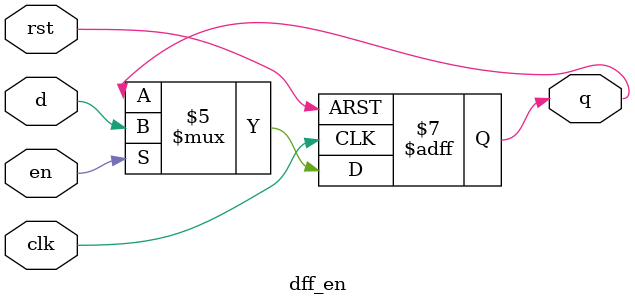
<source format=v>
`timescale 1ns / 1ps


module dff_en( input rst,clk,en,d,output reg q);
always @(posedge rst or posedge clk) begin
if(rst==1'b1)
q<=1'b0;
else if(clk==1'b1) begin
if(en==1'b1) begin
q<=d;
end
end
end
endmodule

</source>
